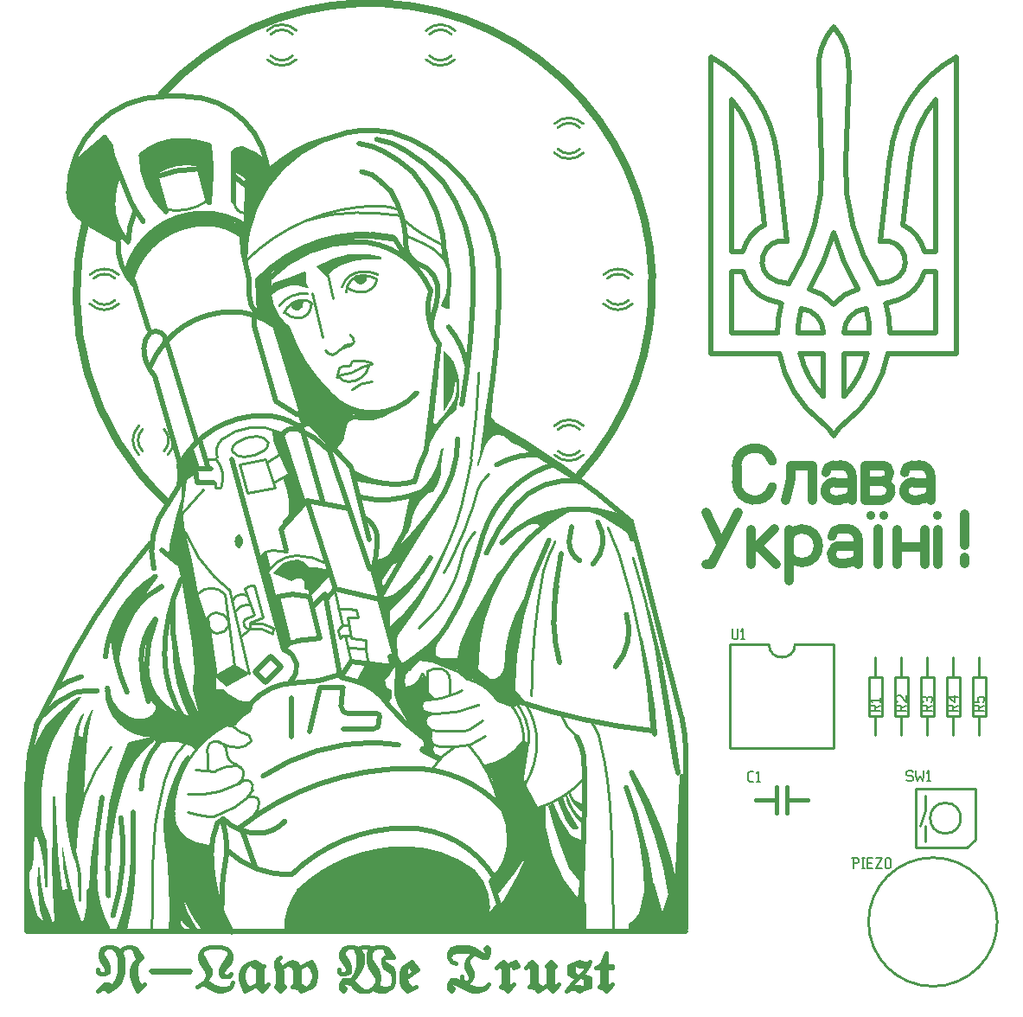
<source format=gto>
G04 start of page 2 for group 1 layer_idx 6 *
G04 Title: (unknown), top_silk *
G04 Creator: pcb-rnd 3.1.4-dev *
G04 CreationDate: 2024-02-11 13:06:30 UTC *
G04 For: STEM4ukraine *
G04 Format: Gerber/RS-274X *
G04 PCB-Dimensions: 393701 393701 *
G04 PCB-Coordinate-Origin: lower left *
%MOIN*%
%FSLAX25Y25*%
%LNTOP_SILK_NONE_1*%
%ADD57C,0.0350*%
%ADD56C,0.0070*%
%ADD55C,0.0160*%
%ADD54C,0.0250*%
%ADD53C,0.0300*%
%ADD52C,0.0197*%
%ADD51C,0.0150*%
%ADD50C,0.0100*%
%ADD49C,0.0110*%
%ADD48C,0.0200*%
%ADD47C,0.0210*%
%ADD46C,0.0001*%
G54D46*G36*
X57500Y316901D02*X55500Y324401D01*
X54500Y329401D01*
X62000Y333401D01*
X70000Y334901D01*
X77500Y334401D01*
X81245Y332942D01*
X82000Y324401D01*
X81000Y311401D01*
X77000Y325901D01*
X72000Y326901D01*
X65000Y325401D01*
X60000Y322901D01*
X64000Y308401D01*
X63000Y308901D01*
X57500Y316901D01*
G37*
G36*
X90616Y324143D02*X90387Y329975D01*
X94000Y331901D01*
X98000Y329901D01*
X102000Y326901D01*
X103000Y324401D01*
X97500Y318901D01*
X90500Y323901D01*
X90616Y324143D01*
G37*
G36*
X41000Y335401D02*X43500Y332401D01*
X44000Y329401D01*
X46500Y321901D01*
X44500Y318401D01*
X44000Y310401D01*
X45500Y302401D01*
X48500Y296901D01*
X46000Y295901D01*
X33000Y303401D01*
X28000Y309901D01*
X27000Y317901D01*
X29000Y325901D01*
X40500Y335401D01*
X41000D01*
G37*
G36*
X129500Y216401D02*X120500Y225901D01*
X117000Y224901D01*
X115500Y228401D01*
X116500Y230401D01*
X112500Y244401D01*
X106500Y263401D01*
X99500Y267901D01*
X99000Y281401D01*
X104274Y281635D01*
X104000Y274901D01*
X106500Y268401D01*
X111500Y262901D01*
X115000Y254901D01*
X121500Y243401D01*
X130000Y234901D01*
X140000Y230401D01*
X147500Y229901D01*
X143500Y227901D01*
X137000Y229401D01*
X133500Y226401D01*
X133000Y221901D01*
X129435Y216483D01*
X129500Y216401D01*
G37*
G36*
X106000Y168401D02*X108000Y170401D01*
X110000Y171901D01*
X112500Y172901D01*
X115500Y173401D01*
X118000Y172401D01*
X120000Y170401D01*
X122500D01*
X127500Y169401D01*
X128000Y167401D01*
X120500Y159401D01*
X119500Y159901D01*
Y161401D01*
X118000Y161901D01*
Y164901D01*
X117000Y165901D01*
X115000D01*
X113000Y164901D01*
X106000Y167901D01*
Y168401D01*
G37*
G36*
X110000Y222401D02*X118500Y195401D01*
X110000Y185901D01*
X109500Y188401D01*
X111500Y189901D01*
X112000Y190901D01*
Y196401D01*
X111000Y200901D01*
X109500Y204901D01*
X111500Y206401D01*
X108000Y213901D01*
X106000Y218901D01*
X105500Y223401D01*
X110000Y222401D01*
G37*
G36*
X122500Y286401D02*X129000Y289401D01*
X135000Y290901D01*
X143000D01*
X147500Y289901D01*
Y288901D01*
X141000D01*
X136500Y288401D01*
X132500Y286901D01*
X129000Y284901D01*
X126500Y282401D01*
X122500Y286401D01*
G37*
G36*
X119000Y277901D02*X117500Y278401D01*
X115500Y278901D01*
X113000D01*
X110500Y278401D01*
X107500Y276901D01*
X105000Y274901D01*
Y277901D01*
X106000Y279901D01*
X110000Y281401D01*
X113000Y282401D01*
X118000Y284401D01*
X118500Y283901D01*
Y279901D01*
X119500Y277901D01*
X119000D01*
G37*
G36*
X77500Y208901D02*X76000D01*
X75500Y205901D01*
X72500Y203901D01*
X72000Y198401D01*
X71000Y191901D01*
X72000Y183901D01*
X74500Y172901D01*
X77000Y160401D01*
X80500Y149401D01*
X84000Y129901D01*
Y123401D01*
X86500D01*
X89000Y121401D01*
X93000Y118901D01*
X97500Y118401D01*
X97000Y117901D01*
X96500Y115401D01*
X93000Y112901D01*
X90000Y109401D01*
X87887Y109573D01*
X82000Y105901D01*
X78000Y102401D01*
X76000Y99901D01*
X74500Y101401D01*
X72500Y101901D01*
X69000Y102901D01*
X65500D01*
X61500Y102401D01*
X57000Y105901D01*
X50500Y107901D01*
X45000Y113901D01*
X52500Y110901D01*
X56500D01*
X59500Y112401D01*
X62500Y116901D01*
X69500Y112901D01*
X78000Y110901D01*
X76500Y116401D01*
X75000Y122901D01*
X75500Y130901D01*
X74500Y141401D01*
X70500Y165401D01*
X69000Y171901D01*
X65500Y174401D01*
X66000Y178901D01*
X67000Y183401D01*
X68500Y190401D01*
X70500Y196901D01*
Y202901D01*
X70000Y210901D01*
X75000Y216901D01*
X77500Y208901D01*
G37*
G36*
X152500Y131901D02*X150500Y128401D01*
X149000Y126901D01*
X149500Y123901D01*
X151500Y122901D01*
Y119901D01*
X150000Y117401D01*
X147500Y120401D01*
X144000Y123901D01*
X138000Y126401D01*
X141500Y133401D01*
X152500Y131901D01*
G37*
G36*
X91000Y132901D02*X97000Y129401D01*
X88000Y124401D01*
X83500Y127901D01*
X84000Y128901D01*
X91000Y132901D01*
G37*
G36*
X74000Y97401D02*X72500Y94901D01*
X70000Y89901D01*
X68500Y84401D01*
X67500Y76901D01*
X68000Y70901D01*
X69500Y68401D01*
X71500Y66401D01*
X74000Y64901D01*
X82000Y62401D01*
Y56401D01*
X83000Y48401D01*
X85500Y40401D01*
X89500Y30401D01*
X78500D01*
X76000Y33901D01*
X74000Y37401D01*
X72000Y41401D01*
X71500D01*
X72500Y37901D01*
X74500Y34401D01*
X77000Y30401D01*
X75000D01*
X72000Y32401D01*
X70000Y34901D01*
X70500Y31901D01*
X72500Y30401D01*
X65500Y29901D01*
X66000Y37401D01*
X65500Y49401D01*
X65000Y58901D01*
X64500Y60901D01*
X64000Y65401D01*
X63500Y70901D01*
X64000Y75901D01*
X65500Y82901D01*
X68000Y89401D01*
X70500Y94901D01*
X73000Y97901D01*
X74000Y97401D01*
G37*
G36*
X153500Y117901D02*X152500Y121401D01*
Y124901D01*
X153000Y129401D01*
Y131901D01*
X151500Y135401D01*
X154000Y136401D01*
X155500Y133401D01*
X160000Y136401D01*
X164500Y139901D01*
X171000Y146401D01*
X168500Y138901D01*
Y136401D01*
X170500Y135401D01*
X177000D01*
X178000Y140901D01*
X182000Y149901D01*
X192000Y167401D01*
X195500Y171401D01*
X188500Y158401D01*
X185000Y145401D01*
X184000Y133901D01*
X185000Y130901D01*
X189500Y127401D01*
X193000D01*
X196500Y132401D01*
Y142401D01*
X201500Y154401D01*
X199000Y134401D01*
X198000Y125401D01*
X199000Y123401D01*
X203500Y117901D01*
X199000Y118901D01*
Y115901D01*
X195500Y117901D01*
X192290Y119049D01*
X187500Y124401D01*
X182500Y127401D01*
X180500D01*
X176500Y130901D01*
X172000Y132401D01*
X167000Y134401D01*
X164000Y134901D01*
X162000D01*
X158152Y131232D01*
X156500Y128901D01*
X156000Y126901D01*
X156500Y123901D01*
X159000Y124401D01*
X162000Y126401D01*
X163500Y128401D01*
X165000Y127901D01*
X165205Y121901D01*
X167500Y119606D01*
X164500Y119401D01*
X163000Y118401D01*
Y116401D01*
X164000Y114901D01*
X166000Y113901D01*
X165000Y112401D01*
X164500Y111901D01*
Y109401D01*
X165500Y108401D01*
X167000Y107901D01*
X166500Y104901D01*
X167000Y102901D01*
X167500Y101901D01*
X167000Y100901D01*
Y98401D01*
X164000Y99901D01*
X165000Y102401D01*
X164346Y104261D01*
X158500Y108901D01*
X153500Y117901D01*
G37*
G36*
X150000Y158901D02*X153500Y160401D01*
X160000Y165901D01*
X162500Y166401D01*
X158500Y161401D01*
X152500Y155401D01*
X151000Y153401D01*
Y147401D01*
X149000Y147901D01*
X147000Y156401D01*
X147500Y158901D01*
X150000D01*
G37*
G36*
X113000Y41401D02*X118000Y47401D01*
X132000Y56901D01*
X147000Y60901D01*
X157500Y61901D01*
X171000Y59401D01*
X180000Y55401D01*
X184500Y50901D01*
X187500Y46901D01*
X188500Y40401D01*
X187802Y34230D01*
X195000Y42401D01*
X200000Y51401D01*
X203500Y59401D01*
X199000Y52401D01*
X192500Y44401D01*
X190000Y49401D01*
X196000Y57901D01*
X197000Y67901D01*
X195500Y76901D01*
X193000Y79401D01*
X190500Y87901D01*
X187420Y93820D01*
X194500Y96401D01*
X202500Y102901D01*
X204500Y102401D01*
X202500Y89401D01*
X203000Y85401D01*
X207500Y76901D01*
X211000Y77901D01*
Y70401D01*
X213500Y59401D01*
X218000Y49901D01*
X224000Y41901D01*
X226000Y39901D01*
Y29401D01*
X110500Y29901D01*
X113000Y41401D01*
G37*
G36*
X223500Y44401D02*X224000Y49401D01*
X220000Y54401D01*
X217000Y62401D01*
X213500Y72401D01*
X212000Y78401D01*
X214000Y79401D01*
X216500Y73401D01*
X220500Y66901D01*
X225000Y64901D01*
X226000Y64401D01*
X225500Y39901D01*
X223000Y41401D01*
X222500Y41901D01*
X223500Y44401D01*
G37*
G36*
X217500Y81901D02*X219000Y77901D01*
X220500Y74901D01*
X223500Y69901D01*
X223000Y69401D01*
X221500D01*
X220000Y70901D01*
X218500Y72901D01*
X215500Y80401D01*
X217500Y81901D01*
G37*
G36*
X221000Y82401D02*X221500Y81401D01*
X222500Y80401D01*
X224500Y79401D01*
X226000Y78901D01*
Y75901D01*
X224500Y76401D01*
X221500Y79401D01*
X220500Y80901D01*
X220000Y82401D01*
Y83401D01*
X220500Y83901D01*
X221000Y82401D01*
G37*
G36*
X226000Y70901D02*X224500Y71901D01*
X223000Y73401D01*
X221500Y75401D01*
X220000Y77901D01*
X219000Y80401D01*
X218500Y82901D01*
X219000Y83401D01*
X220000Y80901D01*
X220500Y79401D01*
X221500Y77401D01*
X222500Y75901D01*
X224000Y74401D01*
X226000Y73401D01*
Y70901D01*
G37*
G36*
X58000Y103401D02*X53000Y97901D01*
X46000Y84901D01*
X45500Y86401D01*
X50702Y102126D01*
X58000Y103401D01*
G37*
G36*
X147000Y160401D02*X144344Y169445D01*
X145000Y172401D01*
X147000Y172901D01*
X150500Y174401D01*
X153000Y177401D01*
X159000Y183401D01*
X166500Y192401D01*
X167500D01*
X160000Y180901D01*
X155000Y171901D01*
X153500D01*
X152000Y171401D01*
X148000Y165401D01*
Y163901D01*
X149000Y162901D01*
X147000Y159901D01*
Y160401D01*
G37*
G36*
X170000Y170401D02*X166000Y162401D01*
X162500Y156401D01*
X159000Y150901D01*
X154500Y144901D01*
X154000Y143901D01*
X153500Y142401D01*
Y139901D01*
X154000Y137901D01*
Y135401D01*
X152500Y135901D01*
X150000Y146401D01*
X155000Y150901D01*
X162500Y159401D01*
X168000Y168401D01*
X173000Y178901D01*
X173500D01*
X170000Y170401D01*
G37*
G36*
X171000Y212401D02*X170500Y208901D01*
Y206401D01*
X169500Y202901D01*
X167500Y199401D01*
X165500Y198901D01*
X163000Y196401D01*
X161000Y192901D01*
X159500Y189901D01*
X159000Y186401D01*
X157500Y183401D01*
X157000Y185901D01*
X159500Y197401D01*
X161500Y199901D01*
X162500Y200401D01*
X164500Y201901D01*
X166000Y203901D01*
X167000Y205401D01*
X169000Y209401D01*
X170000Y212901D01*
X170500Y215901D01*
X171500Y216401D01*
X171000Y212401D01*
G37*
G36*
X173500Y251901D02*X175500Y249401D01*
X177000Y245401D01*
X177500Y242401D01*
Y236401D01*
X177000Y233901D01*
X176500Y230901D01*
X173000Y227901D01*
X170500Y224901D01*
X168500Y222401D01*
X166000Y217401D01*
X165000Y216901D01*
X168500Y244401D01*
X169500D01*
X167500Y225901D01*
X168500Y225401D01*
X170500Y227901D01*
X172000Y229401D01*
X174500Y232901D01*
X176000Y235401D01*
X176500Y238401D01*
Y241401D01*
X176000Y243401D01*
Y241901D01*
X175500Y237901D01*
X174500Y235401D01*
X173000Y232401D01*
X171500Y230401D01*
Y253901D01*
X173500Y251901D01*
G37*
G36*
X173000Y292901D02*X174000Y286401D01*
X174500Y283401D01*
Y279901D01*
X174000Y273401D01*
Y269901D01*
X173000D01*
X172000Y270401D01*
X170500Y270901D01*
X171000Y272401D01*
X172000Y274401D01*
X172500Y275901D01*
X173000Y279401D01*
Y285401D01*
X171500Y288401D01*
X171000Y291401D01*
X173000Y292901D01*
G37*
G36*
X202500Y186901D02*X205500Y188401D01*
X210000Y190401D01*
X214000Y191901D01*
X218000Y192401D01*
X214500Y189901D01*
X209000Y185901D01*
X208000Y186901D01*
X205500D01*
X203000Y185901D01*
X202500Y186901D01*
G37*
G36*
X187500Y230401D02*X189500Y239901D01*
X191000Y238901D01*
X190000Y228401D01*
X192500Y224901D01*
X222000Y205901D01*
X221500Y203901D01*
X213000Y209401D01*
X203500Y215401D01*
X201000Y216901D01*
X198000Y218401D01*
X196000Y219901D01*
X194500Y220901D01*
X192500Y221401D01*
X190500Y220901D01*
X189000Y219401D01*
X187500Y216901D01*
X186500Y214401D01*
X186000Y211901D01*
X185000Y209401D01*
X184500D01*
Y210401D01*
X185500Y213401D01*
X186000Y216901D01*
X187000Y223401D01*
X187500Y229401D01*
Y230401D01*
G37*
G36*
X265000Y29901D02*X243000D01*
Y32901D01*
X245000Y34401D01*
X247000Y36901D01*
X249000Y45401D01*
X252500Y48901D01*
X256000Y37401D01*
X261000Y52901D01*
X262500Y90401D01*
X265000Y91401D01*
Y29901D01*
G37*
G36*
X231000Y192401D02*X234500Y191401D01*
X239500Y189901D01*
X244000Y188401D01*
X246000Y180401D01*
X243500D01*
X242500Y183401D01*
X240000Y185401D01*
X232000Y190401D01*
X227000Y191901D01*
Y192901D01*
X231000Y192401D01*
G37*
G36*
X125000Y334901D02*X118000Y331401D01*
X109000Y324401D01*
X102500Y315901D01*
X95641Y301862D01*
X96000Y317401D01*
X104000Y324401D01*
X108500Y327901D01*
X113500Y331401D01*
X119000Y333901D01*
X124500Y335901D01*
X125000Y334901D01*
G37*
G36*
X13500Y40901D02*X15000Y36401D01*
X17500Y33401D01*
X16000Y38401D01*
X15000Y49401D01*
X15500Y56401D01*
X16500Y47401D01*
X18000Y40901D01*
X19500Y36901D01*
X21000Y33401D01*
X21500Y34401D01*
X21000Y45401D01*
X20500Y57401D01*
X21000Y67401D01*
Y81901D01*
X22000D01*
X23000Y60401D01*
X23500Y54401D01*
X24500Y45901D01*
X26500Y46401D01*
X25000Y54401D01*
X24500Y63401D01*
X27000Y50901D01*
X29500Y40401D01*
X32000Y33901D01*
X33000Y34401D01*
X34000Y39401D01*
Y45901D01*
X35000Y46901D01*
X35500Y57901D01*
X37500Y71401D01*
X38500Y70901D01*
X37000Y49401D01*
X39500Y37401D01*
X42500Y29901D01*
X11000D01*
Y50401D01*
X13500Y40901D01*
G37*
G36*
X32000Y120401D02*X30500Y118401D01*
X26500Y112901D01*
X23500Y108401D01*
X21000Y103401D01*
X19000Y97901D01*
X17500Y91901D01*
X16500Y84401D01*
Y70901D01*
X17500Y67401D01*
X18500Y64901D01*
X19000Y58901D01*
Y46901D01*
X18000D01*
X17500Y53901D01*
X17000Y58901D01*
X16000Y63401D01*
X15000Y66401D01*
X14000D01*
X13500Y62901D01*
Y58401D01*
X13000Y54401D01*
X11500Y52401D01*
X11000Y51901D01*
Y88401D01*
X11500Y96901D01*
X14500Y102901D01*
X18000Y108901D01*
X21500Y112901D01*
X25500Y116401D01*
X28500Y118901D01*
X31000Y120401D01*
X31500D01*
X32000D01*
G37*
G36*
X33000Y114401D02*Y113401D01*
X32500Y112401D01*
X31500Y109901D01*
X31000Y106901D01*
Y105401D01*
X32500Y104901D01*
X33000Y107901D01*
X34000Y110901D01*
X35000Y113401D01*
X36000Y115401D01*
X36500D01*
X35500Y112401D01*
X34500Y106901D01*
X34000Y101401D01*
X33000Y82401D01*
X30000Y70901D01*
X29500Y63401D01*
X30000Y60901D01*
X31500Y53901D01*
X32000Y51401D01*
Y41901D01*
X31500Y41401D01*
X31000Y41901D01*
X30500Y52401D01*
X29500Y56901D01*
X28500Y59401D01*
X27500Y63401D01*
X26500Y68901D01*
X26000Y73401D01*
Y80901D01*
X27000Y94401D01*
X28500Y102401D01*
X30000Y108901D01*
X32000Y113401D01*
X32500Y113901D01*
X33000Y114401D01*
G37*
G54D47*X64000Y351901D02*X72000D01*
G54D48*X90500Y311401D02*Y328901D01*
X60320Y322618D02*X64530Y307469D01*
X81000Y310901D02*X77000Y325901D01*
G54D47*X58000Y261901D02*X52000Y280901D01*
G54D48*X33500Y303401D02*X46049Y296398D01*
X44000Y328901D02*X50500Y312401D01*
X98500Y263401D02*Y267401D01*
X96645Y281204D02*X96500Y275901D01*
X113577Y271426D02*X116423Y272375D01*
G54D47*X147278Y319144D02*X151442Y314966D01*
G54D48*X138000Y281901D02*X140923Y282375D01*
G54D49*X156800Y303601D02*X160200Y301001D01*
X163300Y299101D01*
G54D48*X95500Y302901D02*X96000Y319401D01*
X95939Y317401D02*X103500Y324901D01*
X40805Y336229D02*X28500Y325401D01*
G54D49*X121000Y275901D02*X125000Y258901D01*
X129000Y273901D02*X127000Y282901D01*
X126000Y253901D02*X127000Y252901D01*
G54D47*X117000Y223901D02*X125000Y195901D01*
G54D49*X133000Y247901D02*X135000D01*
X127000Y252901D02*X128500Y252401D01*
X130000Y252901D01*
G54D48*X120000Y225901D02*X115625Y224862D01*
X135758Y209158D02*X120000Y225901D01*
G54D49*X130000Y252901D02*X131500Y254401D01*
X133500Y255901D01*
X134500Y256401D01*
X132500Y255151D02*X134000Y255401D01*
X137000Y249901D02*X141000D01*
G54D48*X137000Y204601D02*X148400Y202701D01*
G54D49*X134500Y256401D02*X136000D01*
G54D48*X98500Y263401D02*X107000Y234401D01*
X106420Y263466D02*X116500Y230901D01*
X107000Y234401D02*X115000Y229401D01*
X60206Y244089D02*X70000Y210401D01*
X64500Y257901D02*X76500Y218401D01*
X65162Y194774D02*X70000Y202401D01*
G54D49*X80500Y211901D02*X84000D01*
G54D48*X76500Y202901D02*X83000D01*
X76500D02*X76000Y208401D01*
X82000D01*
G54D49*X83500Y200901D02*Y202901D01*
X93000Y209901D02*X96000Y198901D01*
X90000Y215401D02*X90159Y215024D01*
X83500Y200901D02*X85500D01*
G54D48*X81000Y208401D02*X77500Y219401D01*
G54D49*X103000Y211901D02*X106500Y200901D01*
X106000Y202901D02*X112000Y206401D01*
X103375Y210776D02*X109000Y214401D01*
X103841Y218777D02*X104000Y218401D01*
X96000Y198901D02*X106500Y200901D01*
X93000Y209901D02*X103000Y211901D01*
G54D47*X119000Y195901D02*X135000Y192901D01*
X127487Y215389D02*X143000Y169901D01*
X119000Y195901D02*X109000Y184901D01*
G54D48*X135758Y209158D02*X143000Y180901D01*
G54D47*X119000Y195901D02*X130000Y161901D01*
X126000Y159901D02*X121000Y154901D01*
X130000Y161901D02*X126359Y157901D01*
X120000Y158901D02*X124000Y142901D01*
G54D49*X134500Y154401D02*X131000D01*
X132500Y143901D02*X135812D01*
X131500Y146901D02*X132500Y147901D01*
X135062D01*
G54D47*X131545Y129053D02*X126000Y159901D01*
G54D49*X136000Y142901D02*X134500Y150901D01*
X136000Y133901D02*X133500Y143901D01*
X131000Y145901D02*X131500Y146901D01*
G54D47*X136000Y133901D02*X132000Y127901D01*
G54D49*X131000Y145901D02*X131500Y142901D01*
X132500Y143901D01*
Y147901D02*X129524Y161377D01*
G54D47*X113000Y159901D02*X120000Y158901D01*
X115000Y141901D02*X124000Y142901D01*
G54D49*X141500Y142351D02*X136000Y142901D01*
X134625Y139401D02*X141500Y138901D01*
Y142351D01*
Y138901D02*X142000Y135901D01*
X143000Y133026D01*
X134500Y150901D02*X138500D01*
X138000Y153901D01*
X134500Y154401D01*
G54D47*X109000Y184901D02*X111000Y176901D01*
G54D49*X105500D02*X111125Y176401D01*
G54D48*X104000Y169901D02*X102500Y175401D01*
X103500Y167401D02*X101500Y174401D01*
G54D49*X98500Y163401D02*X102000Y150901D01*
X97000Y148901D02*X102000Y150901D01*
G54D48*X112000Y141401D02*X107500Y158901D01*
G54D47*X99000Y129901D02*X105000Y135901D01*
X109000Y131901D01*
G54D49*X105761Y146945D02*X105440Y144818D01*
G54D48*X111000Y140401D02*X104000Y167401D01*
G54D47*X109000Y131901D02*X103000Y125901D01*
X99000Y129901D01*
G54D48*X93500Y113401D02*X96500Y115401D01*
X97062Y117846D01*
G54D49*X79500Y91901D02*X83714Y91893D01*
X91524Y94508D02*X93000Y93401D01*
G54D48*X90500Y109901D02*X93500Y113401D01*
G54D49*X79000Y82901D02*X85000Y83901D01*
X90000Y85901D02*X92385Y87085D01*
X94000Y87901D02*X92500Y87142D01*
X97736Y84783D02*X97692Y84709D01*
X73000Y82901D02*X79000D01*
X73000Y75901D02*X77000Y74901D01*
X81000Y74401D01*
G54D47*X84355Y71754D02*X86565Y73466D01*
G54D49*X85000Y83901D02*X90000Y85901D01*
X81000Y74401D02*X83000D01*
X86500Y75901D01*
X91000Y77901D01*
X76000Y92401D02*X79500Y91901D01*
X96000Y81901D02*X97736Y84783D01*
X98500Y81901D02*X96278Y82123D01*
X91000Y77901D02*X96278Y82123D01*
X63900Y88301D02*X65200Y91901D01*
X66700Y95501D01*
X68700Y98801D01*
X70500Y101001D01*
X67500Y74901D02*Y75901D01*
X61100Y76501D02*X62400Y82601D01*
X63900Y88301D01*
X70500Y101001D02*X71800Y102701D01*
X91000Y132401D02*X87203Y160084D01*
X83000Y166901D02*X89094Y161495D01*
X84000Y128401D02*X80500Y150901D01*
X72000Y183901D02*X77000Y174401D01*
X83000Y166901D01*
X70500Y190901D02*X79000Y200401D01*
X96500Y129401D02*X89000Y161901D01*
X94964Y161936D02*X98500Y151901D01*
X95000Y150401D01*
X93219Y143620D02*X96500Y146401D01*
X96771Y146630D02*X97000Y148901D01*
G54D48*X92500Y181401D02*Y179401D01*
G54D47*X132000Y127901D02*X136957Y126729D01*
X124000Y123901D02*X132729Y123957D01*
X109923Y138631D02*X90000Y211901D01*
X113000Y104901D02*Y119901D01*
X120000Y106901D02*X124000Y123901D01*
X130000Y161901D02*X147000Y157901D01*
G54D48*X143000Y169901D02*X144344Y169445D01*
X147500Y157783D01*
G54D47*X133000Y107901D02*X144000D01*
X146000Y113901D02*X135000D01*
X146121Y108779D02*X147000Y112901D01*
X11000Y86901D02*Y29901D01*
X51932Y62898D02*X52000Y75901D01*
X50702Y102126D02*X59171Y103987D01*
G54D49*X59300Y54901D02*X59400Y60601D01*
X59000Y29901D02*X59100Y39801D01*
Y43601D01*
X59300Y54901D01*
X59400Y60601D02*X59800Y66201D01*
X60300Y71201D01*
X61100Y76501D01*
G54D48*X59000Y14701D02*X74000D01*
G54D47*X147000Y157901D02*X153000Y135901D01*
G54D48*X147155Y159056D02*X155500Y173401D01*
X160000Y180401D01*
G54D47*X184135Y174122D02*X186903Y183247D01*
G54D49*X177000Y168901D02*X178000Y172401D01*
X179000Y176401D01*
X179500Y177901D01*
X180500Y179901D01*
X182500Y182901D01*
X171500Y157901D02*X173500Y161401D01*
X175500Y165401D01*
X177000Y168901D01*
X171500Y168401D02*X173500Y171901D01*
X175500Y175901D01*
X178000Y181401D01*
X162000Y146901D02*X167000Y151901D01*
X169500Y154901D01*
X171500Y157901D01*
X182500Y182901D02*X183500Y183901D01*
G54D47*X153000Y135901D02*X151000D01*
X152000Y131901D01*
G54D49*X162000Y134901D02*X158152Y131232D01*
X186500Y111401D02*X181500Y107901D01*
X169000Y113901D02*X167500D01*
X178500Y122901D02*X176500Y121901D01*
X174500Y121401D01*
X170500Y119901D02*X174500Y121401D01*
X165500Y114401D02*X168000Y113901D01*
X165500Y119401D02*X170500Y119901D01*
X165205Y121901D02*X167500Y119606D01*
X174000Y126901D02*Y121213D01*
X165205Y130150D02*Y121901D01*
X156000Y126401D02*X156500Y123901D01*
G54D47*X94000Y68901D02*X99000Y54901D01*
X152000Y131901D02*X136000Y133901D01*
G54D49*X181500Y107901D02*X179500Y107401D01*
X181500Y101901D02*X187500Y105401D01*
X207500Y77401D02*X203000Y85901D01*
Y87901D01*
X201884Y102913D02*X204331Y102756D01*
G54D48*X187802Y34230D02*X193000Y40401D01*
X190000Y49401D01*
X191177Y50684D01*
G54D49*X197998Y116897D02*X200000Y118110D01*
X179500Y107401D02*X168500D01*
X166386Y108115D01*
X169500Y101401D02*X176000D01*
X181500Y101901D01*
G54D48*X163577Y100455D02*X163244Y99955D01*
G54D47*X263357Y112757D02*X248000Y172901D01*
G54D48*X252000Y116901D02*X250500Y125901D01*
G54D49*X247500Y142901D02*X250500Y128401D01*
G54D48*X257600Y118401D02*X254900Y133301D01*
G54D49*X250300Y154101D02*X253700Y140601D01*
X255400Y133001D01*
G54D48*X253000Y105901D02*X252000Y116901D01*
G54D49*X250500Y128401D02*X252600Y114901D01*
G54D48*X259500Y106701D02*X257600Y118401D01*
G54D49*X231100Y105801D02*X229800Y108501D01*
X252891Y141783D02*X260500Y93401D01*
G54D48*X225500Y97401D02*X225000Y100401D01*
G54D49*X233500Y95201D02*X232300Y101201D01*
X231100Y105801D01*
X229800Y108501D02*X228600Y110601D01*
G54D48*X261900Y91201D02*X259500Y106701D01*
G54D50*X282000Y140701D02*Y100701D01*
G54D48*X226000Y78901D02*Y89901D01*
X225500Y97401D01*
G54D49*X235500Y79001D02*X234600Y88501D01*
X233500Y95201D01*
G54D48*X225000Y41401D02*Y47901D01*
G54D49*X236700Y51301D02*X236300Y65901D01*
X235500Y79001D01*
G54D47*X265000Y30901D02*Y93901D01*
G54D48*X225500Y29901D02*Y39901D01*
X225000Y41401D01*
Y47901D02*X226000Y78901D01*
G54D49*X236800Y29901D02*X236700Y51301D01*
G54D48*X225000Y100401D02*X224000Y102901D01*
G54D51*X300000Y80701D02*X292000D01*
X312000D02*X304000D01*
X300000Y85701D02*Y75701D01*
X304000Y85701D02*Y75701D01*
G54D48*X224000Y102901D02*X223000Y104901D01*
G54D50*X322000Y100701D02*X282000D01*
Y140701D02*X297000D01*
X322000Y100701D02*Y140701D01*
X307000D02*X322000D01*
X338000Y105701D02*Y113201D01*
Y128201D02*Y135701D01*
X335500Y113201D02*Y128201D01*
Y113201D02*X340500D01*
X375500D02*X380500D01*
X345500D02*X350500D01*
X355500D02*X360500D01*
X340500Y128201D02*Y113201D01*
X348000Y128201D02*Y135701D01*
X350500Y128201D02*X345500D01*
X348000Y105701D02*Y113201D01*
X345500D02*Y128201D01*
X350500D02*Y113201D01*
X358000Y105701D02*Y113201D01*
X355500D02*Y128201D01*
X358000D02*Y135701D01*
X360500Y128201D02*Y113201D01*
Y128201D02*X355500D01*
X340500D02*X335500D01*
X370500D02*X365500D01*
X368000Y135701D02*Y128201D01*
X370500D02*Y113201D01*
X365500D02*Y128201D01*
X378000D02*Y135701D01*
X375500Y113201D02*Y128201D01*
X368000Y113201D02*Y105701D01*
X365500Y113201D02*X370500D01*
X378000Y105701D02*Y113201D01*
X380500Y128201D02*Y113201D01*
Y128201D02*X375500D01*
G54D47*X63000Y176901D02*X69000Y171901D01*
G54D49*X75021Y64465D02*X81000Y62901D01*
G54D47*X11000Y29901D02*X265000D01*
G54D50*X376417Y65433D02*Y85118D01*
X357126Y64843D02*Y70748D01*
Y76654D02*Y82559D01*
X355157Y70748D02*X357126Y76654D01*
X373268Y62283D02*X353583D01*
X376417Y85118D02*X353583D01*
X376417Y65433D02*X373268Y62283D01*
X353583D02*Y85118D01*
G54D48*X20319Y120256D02*X14643Y109353D01*
X152500Y176901D02*X156500Y183901D01*
G54D49*X182133Y212167D02*X180055Y201160D01*
G54D48*X169768Y256584D02*X164945Y215669D01*
X156500Y183901D02*X159500Y197901D01*
G54D49*X179500Y184901D02*X181000Y188901D01*
G54D48*X160000Y180401D02*X166000Y189901D01*
X168200Y193501D01*
G54D49*X178000Y181401D02*X179500Y184901D01*
X181000Y188901D02*X182500Y193401D01*
X184500Y200401D01*
X186000Y202901D01*
X187500Y204901D01*
X189000Y206401D01*
G54D52*X274682Y367037D02*Y252864D01*
X282556Y292234D02*Y350659D01*
Y292234D02*X286965D01*
X282556Y284360D02*X286965D01*
G54D47*X248000Y172901D02*X244048Y187889D01*
X220000Y179901D02*X221000Y185901D01*
G54D52*X282556Y260738D02*Y284360D01*
X295332Y302458D02*X292320Y327903D01*
X304001Y295997D02*X300129Y328803D01*
X301802Y272146D02*X297447Y273296D01*
X304603Y279635D02*X299588Y280883D01*
X300272Y260738D02*X282556D01*
X325863D02*X335706D01*
X308146D02*X317989D01*
X343580Y252864D02*X369170D01*
X325863D02*X334839D01*
X343580Y260738D02*X361296D01*
X309013Y252864D02*X317989D01*
X361296Y350659D02*Y292234D01*
X348520Y302458D02*X351532Y327903D01*
X339851Y295997D02*X343723Y328803D01*
X369170Y367037D02*Y252864D01*
X361296Y284360D02*Y260738D01*
X356887Y292234D02*X361296D01*
X356887Y284360D02*X361296D01*
X327754Y361183D02*X326493Y326250D01*
X325863Y252864D02*Y236250D01*
X316098Y361183D02*X317359Y326250D01*
X317989Y252864D02*Y236250D01*
X342050Y272146D02*X346405Y273296D01*
X339249Y279635D02*X344264Y280883D01*
G54D48*X169337Y275016D02*X168500Y270901D01*
G54D49*X163300Y299101D02*X171600Y294401D01*
X156900Y298501D02*X163700Y295501D01*
X167100Y293301D01*
X170000Y291001D01*
X171700Y289401D01*
G54D48*X168500Y270901D02*X168000Y268901D01*
X167000Y265401D01*
Y262901D01*
G54D52*X274682Y252864D02*X300994Y252866D01*
G54D47*X27000Y314901D02*G75*G02X64000Y351901I37000J0D01*G01*
X27000Y314901D02*G75*G03X33603Y303583I13000J0D01*G01*
G54D48*X44000Y310401D02*G75*G02X46080Y321750I32000J0D01*G01*
X44000Y328901D02*G75*G03X40805Y336229I-10000J0D01*G01*
X55776Y303723D02*G75*G02X50458Y312381I33724J26677D01*G01*
G54D47*X76000Y323901D02*G75*G03X61339Y321117I0J-40000D01*G01*
G54D48*X55000Y329401D02*G75*G03X64530Y307469I30000J0D01*G01*
X70000Y334901D02*G75*G03X55168Y329479I0J-23000D01*G01*
X77005Y325924D02*G75*G03X60320Y322618I-4505J-21023D01*G01*
G54D47*X104000Y319901D02*G75*G03X72000Y351901I-32000J0D01*G01*
G54D48*X70000Y334901D02*G75*G02X81226Y333079I0J-35500D01*G01*
X82000Y323901D02*G75*G03X81245Y332942I-54500J0D01*G01*
X93734Y331785D02*G75*G02X103495Y325397I-4734J-17884D01*G01*
X93734Y331785D02*G75*G03X90387Y329975I0J-4000D01*G01*
G54D49*X64478Y308289D02*G75*G03X80033Y311351I4022J20611D01*G01*
X95000Y306901D02*G75*G02X91000Y310901I0J4000D01*G01*
G54D48*X82000Y323901D02*G75*G02X81246Y310930I-112000J0D01*G01*
X95799Y317200D02*G75*G03X90479Y321366I-19799J-19799D01*G01*
X97771Y319214D02*G75*G03X90616Y324143I-19271J-20313D01*G01*
G54D47*X79000Y306901D02*G75*G03X49116Y284145I0J-31000D01*G01*
X79000Y306901D02*G75*G02X95641Y301862I0J-30000D01*G01*
X79000Y304901D02*G75*G03X50516Y284054I0J-29884D01*G01*
X79000Y304901D02*G75*G02X95469Y299545I0J-28000D01*G01*
X80000Y303901D02*G75*G03X51439Y283081I0J-30000D01*G01*
X46049Y296398D02*G75*G03X52737Y278637I22951J-1497D01*G01*
X80000Y302901D02*G75*G03X51348Y281793I0J-30000D01*G01*
G54D48*X56000Y254901D02*G75*G02X58490Y260911I8500J0D01*G01*
X58512Y260872D02*G75*G02X64500Y257401I1988J-3471D01*G01*
X56000Y254901D02*G75*G03X60206Y244089I16000J0D01*G01*
G54D50*X55499Y223540D02*G75*G03X55499Y215196I4172J-4172D01*G01*
X54085Y224954D02*G75*G03X54085Y213782I5586J-5586D01*G01*
X36592Y273387D02*G75*G03X44936Y273387I4172J4172D01*G01*
X44936Y281731D02*G75*G03X36592Y281731I-4172J-4172D01*G01*
X35178Y271973D02*G75*G03X46350Y271973I5586J5586D01*G01*
G54D53*X33544Y303599D02*G75*G03X64766Y195652I106456J-27698D01*G01*
G54D48*X69640Y202372D02*G75*G03X69535Y209909I-17140J3529D01*G01*
G54D50*X63843Y215196D02*G75*G03X63843Y223540I-4172J4172D01*G01*
X65257Y213782D02*G75*G03X65257Y224954I-5586J5586D01*G01*
X46350Y283145D02*G75*G03X35178Y283145I-5586J-5586D01*G01*
G54D49*X90000Y215401D02*G75*G02X91659Y218377I3500J0D01*G01*
X94500Y212901D02*G75*G02X90159Y215024I0J5500D01*G01*
X84391Y212679D02*G75*G02X86024Y219614I6109J2221D01*G01*
X85838Y201142D02*G75*G03X83779Y212144I-10338J3759D01*G01*
G54D47*X90000Y268901D02*G75*G03X58645Y248049I0J-34000D01*G01*
X80000Y302901D02*G75*G02X95217Y297147I0J-23000D01*G01*
G54D48*X93500Y302401D02*G75*G03X96645Y281204I73000J0D01*G01*
X96500Y275901D02*G75*G03X100091Y267552I11500J0D01*G01*
G54D47*X102000Y228901D02*G75*G03X69633Y209827I0J-37000D01*G01*
G54D49*X99500Y220901D02*G75*G02X103841Y218777I0J-5500D01*G01*
X99500Y220901D02*G75*G03X91653Y218386I0J-13500D01*G01*
X94500Y212901D02*G75*G03X102347Y215415I0J13500D01*G01*
X104000Y218401D02*G75*G02X102341Y215424I-3500J0D01*G01*
G54D47*X50000Y295901D02*G75*G02X52455Y307150I27000J0D01*G01*
G54D48*X44000Y310401D02*G75*G03X49917Y295789I21000J0D01*G01*
G54D47*X144000Y338901D02*G75*G03X95000Y289901I0J-49000D01*G01*
X138980Y333729D02*G75*G02X148793Y330535I-2980J-25829D01*G01*
X145798Y335342D02*G75*G02X157052Y330942I-3957J-26708D01*G01*
G54D49*X138100Y307101D02*G75*G02X155054Y305958I-100J-127800D01*G01*
X138100Y307101D02*G75*G03X118649Y304058I0J-63700D01*G01*
G54D47*X144000Y338901D02*G75*G02X159100Y335243I0J-33000D01*G01*
X157000Y294901D02*G75*G03X151442Y314966I-39000J0D01*G01*
G54D49*X146191Y309698D02*G75*G02X154917Y308106I0J-24709D01*G01*
G54D47*X139996Y322856D02*G75*G02X147278Y319144I-996J-10955D01*G01*
X172000Y289901D02*G75*G03X159752Y322685I-50000J0D01*G01*
X157052Y330942D02*G75*G02X170986Y319333I-29052J-49041D01*G01*
X148049Y330915D02*G75*G02X159752Y322685I-24939J-47896D01*G01*
X193000Y281901D02*G75*G03X159122Y335285I-59000J0D01*G01*
X183000Y282901D02*G75*G03X171096Y319429I-62000J0D01*G01*
X117505Y249576D02*G75*G03X127950Y236854I64393J42220D01*G01*
G54D49*X133000Y247901D02*G75*G03X131000Y245901I0J-2000D01*G01*
G75*G02X130761Y243960I-8000J0D01*G01*
X135000Y241901D02*G75*G02X131000Y243901I0J5000D01*G01*
X137000Y249901D02*G75*G03X136000Y248901I0J-1000D01*G01*
G75*G02X135000Y247901I-1000J0D01*G01*
X134000Y244901D02*G75*G03X130464Y243436I0J-5000D01*G01*
G54D47*X144000Y229901D02*G75*G02X127950Y236854I0J22000D01*G01*
G54D49*X144000Y241901D02*G75*G03X136222Y238679I0J-11000D01*G01*
X135000Y241901D02*G75*G03X142761Y247960I0J8000D01*G01*
X134000Y244901D02*G75*G03X137748Y246216I0J6000D01*G01*
X144046Y248642D02*G75*G03X137772Y246178I2954J-16741D01*G01*
X144000Y248901D02*G75*G03X142796Y247952I0J-1239D01*G01*
X141000Y249901D02*G75*G02X143572Y249188I0J-5000D01*G01*
G54D47*X111257Y262991D02*G75*G03X117524Y249588I70743J24909D01*G01*
X104242Y281002D02*G75*G03X110984Y262716I19758J-3102D01*G01*
G54D49*X115500Y266401D02*G75*G02X110297Y268718I0J7000D01*G01*
X117500Y273401D02*G75*G03X110072Y268372I0J-8000D01*G01*
G54D48*X113577Y271426D02*G75*G03X116423Y272375I1423J474D01*G01*
G54D47*X138000Y295901D02*G75*G03X104274Y281635I0J-47000D01*G01*
G54D49*X140500Y284401D02*G75*G03X132387Y278436I0J-8500D01*G01*
G54D48*X138077Y281426D02*G75*G03X140923Y282375I1423J474D01*G01*
G54D47*X138000Y295901D02*G75*G02X166288Y277582I0J-31000D01*G01*
G54D49*X140500Y284401D02*G75*G02X146159Y283292I0J-15000D01*G01*
X140500Y282901D02*G75*G02X145761Y281488I0J-10500D01*G01*
G54D48*X157000Y294901D02*G75*G03X160807Y288088I8000J0D01*G01*
G54D47*X144000Y229901D02*G75*G03X161190Y237620I0J23000D01*G01*
X90000Y268901D02*G75*G02X106420Y263466I0J-27524D01*G01*
G54D49*X136000Y256401D02*G75*G03X137000Y257401I0J1000D01*G01*
G75*G03X135543Y259973I-3000J0D01*G01*
X134000Y255401D02*G75*G03X136475Y256426I0J3500D01*G01*
G54D47*X102000Y228901D02*G75*G02X115625Y224862I0J-25000D01*G01*
G54D49*X119054Y275795D02*G75*G03X108177Y271134I-1554J-11395D01*G01*
G54D48*X115000Y229401D02*G75*G03X116500Y230901I0J1500D01*G01*
G54D47*X183000Y282901D02*G75*G02X178608Y233148I-284000J0D01*G01*
G54D49*X140500Y282901D02*G75*G03X134000Y276401I0J-6500D01*G01*
X140000D02*G75*G03X145926Y281462I0J6000D01*G01*
G54D48*X165500Y270401D02*G75*G03X169768Y256584I24500J0D01*G01*
X165500Y270401D02*G75*G02X166659Y277024I19500J0D01*G01*
X173492Y263017D02*G75*G02X180546Y248112I-24870J-20891D01*G01*
G54D49*X140000Y276401D02*G75*G02X134525Y277941I0J10500D01*G01*
X115500Y266401D02*G75*G03X120500Y271401I0J5000D01*G01*
X117500Y273401D02*G75*G02X121036Y271936I0J-5000D01*G01*
G54D48*X114476Y223794D02*G75*G03X109475Y221413I-976J-4393D01*G01*
X115173Y223827D02*G75*G02X127487Y215389I-13173J-32426D01*G01*
X137500Y228401D02*G75*G03X133000Y223901I0J-4500D01*G01*
G75*G02X129435Y216483I-9500J0D01*G01*
X137721Y228339D02*G75*G03X151235Y231079I3779J16061D01*G01*
G54D49*X109115Y222131D02*G75*G03X86003Y219637I-9615J-19230D01*G01*
G54D54*X151706Y297377D02*G75*G03X100062Y280841I-10706J-55476D01*G01*
G54D48*X152467Y297386D02*G75*G03X159496Y289395I16033J7014D01*G01*
X169337Y275016D02*G75*G03X161522Y287478I-10837J1885D01*G01*
G54D49*X146191Y309698D02*G75*G03X95061Y288241I609J-73097D01*G01*
G54D50*X113343Y375886D02*G75*G03X104999Y375886I-4172J-4172D01*G01*
X103585Y366128D02*G75*G03X114757Y366128I5586J5586D01*G01*
X104999Y367542D02*G75*G03X113343Y367542I4172J4172D01*G01*
X114757Y377300D02*G75*G03X103585Y377300I-5586J-5586D01*G01*
X166185Y367542D02*G75*G03X174528Y367542I4172J4172D01*G01*
X174528Y375886D02*G75*G03X166185Y375886I-4172J-4172D01*G01*
X164770Y366128D02*G75*G03X175943Y366128I5586J5586D01*G01*
X175943Y377300D02*G75*G03X164770Y377300I-5586J-5586D01*G01*
X215685Y331578D02*G75*G03X224028Y331578I4172J4172D01*G01*
X224028Y339922D02*G75*G03X215685Y339922I-4172J-4172D01*G01*
X214270Y330164D02*G75*G03X225443Y330164I5586J5586D01*G01*
X225443Y341336D02*G75*G03X214270Y341336I-5586J-5586D01*G01*
G54D47*X193000Y281901D02*G75*G02X188136Y227466I-307000J0D01*G01*
G54D50*X242936Y281731D02*G75*G03X234592Y281731I-4172J-4172D01*G01*
X225443Y224954D02*G75*G03X214270Y224954I-5586J-5586D01*G01*
X234592Y273387D02*G75*G03X242936Y273387I4172J4172D01*G01*
X244350Y283145D02*G75*G03X233178Y283145I-5586J-5586D01*G01*
G54D49*X185205Y245392D02*G75*G02X182133Y212167I-332705J14009D01*G01*
G54D50*X233178Y271973D02*G75*G03X244350Y271973I5586J5586D01*G01*
G54D53*X62945Y352875D02*G75*G02X223246Y205134I80055J-73975D01*G01*
G54D47*X210087Y213742D02*G75*G03X192008Y209886I-3087J-29841D01*G01*
G54D50*X215685Y215196D02*G75*G03X224028Y215196I4172J4172D01*G01*
X224028Y223540D02*G75*G03X215685Y223540I-4172J-4172D01*G01*
X214270Y213782D02*G75*G03X225443Y213782I5586J5586D01*G01*
G54D52*X274682Y367037D02*G75*G02X300129Y328803I-23622J-43307D01*G01*
X286991Y292227D02*G75*G02X295335Y302450I15250J-3930D01*G01*
X299588Y280883D02*G75*G02X304004Y295971I2653J7414D01*G01*
X297447Y273296D02*G75*G02X286991Y284367I4794J15001D01*G01*
X339280Y279655D02*G75*G02X326484Y326250I69261J44075D01*G01*
X331302Y277591D02*G75*G02X321918Y299419I77238J46139D01*G01*
X312549Y277591D02*G75*G03X321934Y299419I-77238J46139D01*G01*
X304572Y279655D02*G75*G03X317368Y326250I-69261J44075D01*G01*
X344264Y280883D02*G75*G03X339847Y295971I-2653J7414D01*G01*
X356861Y292227D02*G75*G03X348517Y302450I-15250J-3930D01*G01*
X346405Y273296D02*G75*G03X356861Y284367I-4794J15001D01*G01*
X325863Y260738D02*G75*G02X334449Y270147I9449J0D01*G01*
X335706Y260738D02*G75*G03X334434Y270143I-35433J0D01*G01*
X343580Y260738D02*G75*G03X342050Y272146I-43307J0D01*G01*
X321940Y271750D02*G75*G02X331296Y277589I13372J-11012D01*G01*
X321932Y221128D02*G75*G02X326420Y226213I13774J-7635D01*G01*
X321920Y221128D02*G75*G03X317432Y226213I-13774J-7635D01*G01*
X325873Y236240D02*G75*G03X334821Y252868I-25600J24498D01*G01*
X326419Y226214D02*G75*G03X342858Y252866I-26146J34524D01*G01*
X317989Y260738D02*G75*G03X309403Y270147I-9449J0D01*G01*
X317979Y236240D02*G75*G02X309031Y252868I25600J24498D01*G01*
X317433Y226214D02*G75*G02X300994Y252866I26146J34524D01*G01*
X321912Y271750D02*G75*G03X312556Y277589I-13372J-11012D01*G01*
X308146Y260738D02*G75*G02X309418Y270143I35433J0D01*G01*
X300272Y260738D02*G75*G02X301802Y272146I43307J0D01*G01*
X282564Y350677D02*G75*G02X292306Y327902I-31504J-26947D01*G01*
X369170Y367037D02*G75*G03X343723Y328803I23622J-43307D01*G01*
X361288Y350677D02*G75*G03X351546Y327902I31504J-26947D01*G01*
X327754Y361183D02*G75*G03X321918Y378733I-23544J1917D01*G01*
X316098Y361183D02*G75*G02X321933Y378733I23544J1917D01*G01*
G54D48*X160396Y203425D02*G75*G02X164945Y215669I51104J-12025D01*G01*
G54D47*X243739Y187836D02*G75*G03X194027Y179876I-19739J-35936D01*G01*
G54D50*X297000Y140701D02*G75*G03X307000Y140701I5000J0D01*G01*
X365000Y67795D02*G75*G03X365000Y79606I0J5906D01*G01*
G75*G03X365000Y67795I0J-5906D01*G01*
X335354Y33701D02*G75*G03X384961Y33701I24803J0D01*G01*
G75*G03X335354Y33701I-24803J0D01*G01*
G54D47*X214870Y210361D02*G75*G03X186903Y183247I11130J-39460D01*G01*
X188023Y175891D02*G75*G02X199043Y193866I73977J-32990D01*G01*
X214000Y148901D02*G75*G02X216863Y175714I127000J0D01*G01*
X184135Y174122D02*G75*G02X167032Y139670I-89135J22779D01*G01*
G54D49*X210048Y168987D02*G75*G02X214551Y180134I60863J-18108D01*G01*
G54D47*X184000Y131901D02*G75*G02X219489Y192802I70000J0D01*G01*
X215148Y163248D02*G75*G03X216245Y133700I65852J-12347D01*G01*
G54D49*X169500Y131401D02*G75*G02X174000Y126901I0J-4500D01*G01*
X169500Y131401D02*G75*G03X165205Y130150I0J-8000D01*G01*
X172524Y132008D02*G75*G02X180816Y127189I-3524J-15607D01*G01*
X162000Y134901D02*G75*G02X172518Y131997I0J-20500D01*G01*
X165000Y127901D02*G75*G02X163500Y129401I0J1500D01*G01*
G54D48*X153000Y202401D02*G75*G03X160369Y203512I0J25000D01*G01*
X153000Y202401D02*G75*G02X136536Y206961I0J32000D01*G01*
X146000Y181401D02*G75*G03X141235Y189342I-9000J0D01*G01*
X139019Y197477D02*G75*G03X162113Y199119I8981J36923D01*G01*
G54D49*X180055Y201160D02*G75*G02X170551Y173873I-90555J16241D01*G01*
G54D48*X146000Y181401D02*G75*G02X144344Y169445I-44000J0D01*G01*
X145500Y172401D02*G75*G03X152655Y176823I0J8000D01*G01*
G54D49*X150538Y146427D02*G75*G03X170551Y173873I-51091J58274D01*G01*
G54D47*X166511Y174119D02*G75*G02X148068Y156244I-38511J21282D01*G01*
G54D49*X166386Y108115D02*G75*G02X167500Y113901I1114J2785D01*G01*
X163000Y116901D02*G75*G02X165500Y119401I2500J0D01*G01*
X156000Y126401D02*G75*G02X158152Y131232I6500J0D01*G01*
X156500Y123901D02*G75*G03X163345Y129434I0J7000D01*G01*
G54D48*X150297Y117267D02*G75*G03X136957Y126729I-18797J-12366D01*G01*
G54D49*X163000Y116901D02*G75*G03X165500Y114401I2500J0D01*G01*
X192290Y119049D02*G75*G02X197998Y116897I-6790J-26649D01*G01*
X180963Y127259D02*G75*G02X192303Y119100I-4963J-18858D01*G01*
G54D47*X198000Y120901D02*G75*G02X212147Y180827I134000J0D01*G01*
X196000Y132901D02*G75*G02X202992Y157281I46000J0D01*G01*
X220000Y179901D02*G75*G03X224031Y172955I8000J0D01*G01*
X242025Y152225D02*G75*G02X237804Y132072I-20025J-6324D01*G01*
X189000Y125901D02*G75*G03X196000Y132901I0J7000D01*G01*
G54D49*X205500Y120901D02*G75*G02X210048Y168987I256500J0D01*G01*
X251917Y107022D02*G75*G03X239150Y175475I-275537J-15973D01*G01*
X252891Y141783D02*G75*G03X244650Y173975I-271012J-52235D01*G01*
G54D47*X230968Y187880D02*G75*G02X229192Y171708I-10968J-6979D01*G01*
G54D49*X239150Y175475D02*G75*G03X234949Y185634I-60561J-19096D01*G01*
G54D47*X145000Y102901D02*G75*G03X101976Y89962I0J-78000D01*G01*
G54D49*X94500Y90901D02*G75*G02X92385Y87085I-4500J0D01*G01*
X97736Y84783D02*G75*G03X94000Y87901I-2236J1118D01*G01*
G54D47*X159000Y92901D02*G75*G03X92893Y70037I0J-107000D01*G01*
X100000Y67901D02*G75*G03X110359Y72483I0J14000D01*G01*
G54D49*X100500Y79901D02*G75*G03X98500Y81901I-2000J0D01*G01*
X100500Y79901D02*G75*G02X98068Y74372I-7500J0D01*G01*
X92500Y100901D02*G75*G03X97415Y103460I0J6000D01*G01*
X97500Y103401D02*G75*G03X94500Y106401I-3000J0D01*G01*
X95000D02*G75*G02X92525Y107426I0J3500D01*G01*
G54D47*X157000Y69901D02*G75*G03X112956Y51946I0J-63000D01*G01*
X145000Y102901D02*G75*G02X154218Y101968I0J-46000D01*G01*
G54D48*X156500Y61901D02*G75*G03X115798Y45613I0J-59000D01*G01*
G54D49*X167000Y100401D02*G75*G03X170000Y97401I3000J0D01*G01*
X166500Y104401D02*G75*G03X169500Y101401I3000J0D01*G01*
X167143Y92628D02*G75*G02X176243Y101346I22357J-14227D01*G01*
G54D48*X163577Y100455D02*G75*G03X165077Y101955I0J1500D01*G01*
G54D47*X159000Y92901D02*G75*G02X194470Y77241I0J-48000D01*G01*
G54D49*X193010Y78302D02*G75*G03X181315Y101682I-49010J-9901D01*G01*
G54D48*X163244Y99955D02*G75*G02X169368Y96692I-18744J-42555D01*G01*
G54D47*X157000Y69901D02*G75*G02X191177Y50684I0J-40000D01*G01*
G54D49*X187420Y93820D02*G75*G03X201884Y102913I-4420J23081D01*G01*
X167000Y100401D02*G75*G02X167829Y101742I1500J0D01*G01*
G54D48*X197000Y65401D02*G75*G03X194496Y77399I-30000J0D01*G01*
G54D47*X250000Y43901D02*G75*G03X241909Y85502I-111000J0D01*G01*
G54D48*X197000Y65401D02*G75*G02X191170Y50680I-21500J0D01*G01*
G54D47*X259472Y42468D02*G75*G03X244237Y90533I-151472J-21567D01*G01*
X251976Y45072D02*G75*G03X246071Y72923I-151976J-17672D01*G01*
G54D49*X207797Y77573D02*G75*G03X225538Y88867I-11297J37328D01*G01*
G54D48*X260927Y46246D02*G75*G03X243983Y91295I-130427J-23345D01*G01*
G54D49*X207500Y102901D02*G75*G02X203099Y86842I-31500J0D01*G01*
G54D48*X156500Y61901D02*G75*G02X182738Y53222I0J-44000D01*G01*
X187802Y34230D02*G75*G03X182789Y53189I-18802J5171D01*G01*
X165077Y101955D02*G75*G03X164346Y104261I-4000J0D01*G01*
G54D47*X265000Y97901D02*G75*G03X263357Y112757I-68000J0D01*G01*
X265000Y97901D02*G75*G02X264834Y93915I-48000J0D01*G01*
X146000Y113901D02*G75*G02X147000Y112901I0J-1000D01*G01*
G54D49*X166500Y104401D02*G75*G02X166901Y107345I11000J0D01*G01*
G54D48*X164346Y104261D02*G75*G02X150297Y117267I38369J55534D01*G01*
G54D49*X169000Y113901D02*G75*G03X185246Y117348I0J40000D01*G01*
G54D48*X252109Y107394D02*G75*G02X199580Y118910I27391J250507D01*G01*
G54D49*X204436Y102748D02*G75*G03X198203Y119604I-21436J1653D01*G01*
X207500Y102901D02*G75*G03X203034Y117923I-27500J0D01*G01*
X216603Y113937D02*G75*G03X223300Y104801I18397J6464D01*G01*
X202531Y103613D02*G75*G03X196234Y118816I-21500J0D01*G01*
G54D47*X144000Y107901D02*G75*G03X146121Y108779I0J3000D01*G01*
G54D48*X135000Y113901D02*G75*G02X132000Y116901I0J3000D01*G01*
G54D47*X112956Y51914D02*G75*G02X88260Y61183I-956J34987D01*G01*
G54D48*X111000Y30401D02*G75*G02X116136Y45915I26000J0D01*G01*
G54D47*X113000Y159901D02*G75*G03X105484Y157712I0J-14000D01*G01*
G54D49*X97062Y148627D02*G75*G02X105761Y146945I2438J-10726D01*G01*
X115000Y174901D02*G75*G02X126684Y171712I0J-23000D01*G01*
X115000Y174901D02*G75*G03X102520Y165541I0J-13000D01*G01*
G54D47*X112373Y126435D02*G75*G03X109923Y138631I-4373J5466D01*G01*
X115000Y141901D02*G75*G03X110200Y139501I0J-6000D01*G01*
G54D49*X96562Y146627D02*G75*G02X105440Y144818I2438J-10726D01*G01*
X105500Y176901D02*G75*G03X100692Y174072I0J-5500D01*G01*
G54D47*X100000Y67901D02*G75*G02X86565Y73466I0J19000D01*G01*
X115000Y125901D02*G75*G03X97062Y117846I0J-24000D01*G01*
X115000Y125901D02*G75*G03X131545Y129053I0J45000D01*G01*
G54D49*X94500Y90901D02*G75*G03X91007Y93860I-3000J0D01*G01*
X88000Y98901D02*G75*G03X91524Y94508I4500J0D01*G01*
X87887Y109573D02*G75*G02X92535Y107430I0J-6113D01*G01*
X91007Y93860D02*G75*G03X83714Y91893I0J-14507D01*G01*
X84000Y152901D02*G75*G02X88569Y149931I0J-5000D01*G01*
X93500Y159901D02*G75*G03X90135Y157362I0J-3500D01*G01*
X93500Y159901D02*G75*G02X95561Y159662I0J-9000D01*G01*
X96984Y155812D02*G75*G03X91192Y153072I-984J-5411D01*G01*
X98500Y163401D02*G75*G03X94964Y161936I0J-5000D01*G01*
X83500Y103401D02*G75*G02X88000Y98901I0J-4500D01*G01*
X84500Y144901D02*G75*G03X88769Y147978I0J4500D01*G01*
X95000Y150401D02*G75*G03X96510Y146449I2000J-1500D01*G01*
X91500Y180401D02*G75*G02X92626Y182743I3000J0D01*G01*
X91500Y180401D02*G75*G03X92626Y178058I3000J0D01*G01*
X93752Y180401D02*G75*G02X92626Y178058I-3000J0D01*G01*
X93752Y180401D02*G75*G03X92626Y182743I-3000J0D01*G01*
X92500Y100901D02*G75*G02X84853Y102996I0J15000D01*G01*
G54D48*X132000Y116901D02*G75*G02X132729Y123957I34500J0D01*G01*
G54D47*X82000Y59901D02*G75*G03X89802Y29791I62000J0D01*G01*
X82000Y59901D02*G75*G02X84355Y71754I31000J0D01*G01*
X87993Y61188D02*G75*G03X86252Y72982I-35993J713D01*G01*
X86020Y38901D02*G75*G02X88162Y61583I99980J2000D01*G01*
X59866Y169867D02*G75*G02X65162Y194774I28134J7034D01*G01*
X53900Y155936D02*G75*G02X60368Y166861I31100J-11036D01*G01*
X44318Y144492D02*G75*G02X56072Y161818I38682J-13591D01*G01*
X44985Y140147D02*G75*G02X62947Y163003I34015J-8246D01*G01*
X41194Y135882D02*G75*G02X60455Y166784I40806J-3981D01*G01*
X45000Y142549D02*G75*G02X55009Y158892I39000J-12649D01*G01*
X64000Y136901D02*G75*G02X70291Y165685I69000J0D01*G01*
X20319Y120256D02*G75*G02X58592Y179756I222181J-100855D01*G01*
X11000Y86901D02*G75*G02X14643Y109353I71000J0D01*G01*
X44008Y146901D02*G75*G03X49521Y122325I61992J1000D01*G01*
X31932Y128183D02*G75*G03X22400Y123701I6068J-25282D01*G01*
X16660Y112948D02*G75*G02X29465Y122178I26340J-23048D01*G01*
X37995Y122832D02*G75*G03X29573Y122180I-1995J-28931D01*G01*
X45404Y134980D02*G75*G02X55661Y158348I45596J-6080D01*G01*
X64000Y136901D02*G75*G03X71726Y111385I46000J0D01*G01*
X55000Y110901D02*G75*G03X62000Y117901I0J7000D01*G01*
X57000Y131901D02*G75*G03X76001Y111926I20000J0D01*G01*
X67150Y156951D02*G75*G03X77649Y110706I84850J-5051D01*G01*
X68000Y139901D02*G75*G03X74850Y112060I60000J0D01*G01*
X56000Y130901D02*G75*G03X76000Y110901I20000J0D01*G01*
G54D49*X67500Y75901D02*G75*G02X87887Y109573I38000J0D01*G01*
X83500Y103401D02*G75*G03X80500Y100401I0J-3000D01*G01*
G75*G03X80799Y91922I120500J0D01*G01*
X84000Y152901D02*G75*G03X80527Y150885I0J-4000D01*G01*
X84500Y144901D02*G75*G02X81000Y148401I0J3500D01*G01*
X67500Y74901D02*G75*G03X75021Y64465I11000J0D01*G01*
X76797Y160084D02*G75*G02X87203Y160084I5203J-4683D01*G01*
G54D47*X55000Y134901D02*G75*G03X57751Y118714I49000J0D01*G01*
X59000Y105901D02*G75*G02X42000Y122901I0J17000D01*G01*
X55000Y110901D02*G75*G02X42000Y123901I0J13000D01*G01*
X37000Y50901D02*G75*G03X42394Y30310I42000J0D01*G01*
X37000Y50901D02*G75*G02X39888Y81733I166000J0D01*G01*
X51932Y62898D02*G75*G02X48452Y30307I-116932J-3998D01*G01*
X47165Y73924D02*G75*G02X44110Y36176I-86165J-12023D01*G01*
X51987Y59910D02*G75*G02X46253Y30304I-86987J1491D01*G01*
X42366Y43849D02*G75*G02X47352Y87109I111634J9051D01*G01*
X42122Y55907D02*G75*G02X50702Y102125I101878J4994D01*G01*
X59171Y103987D02*G75*G03X47352Y87109I20632J-27024D01*G01*
G54D49*X29500Y61401D02*G75*G02X43366Y101008I63500J0D01*G01*
G54D47*X55000Y134901D02*G75*G02X60378Y150392I25000J0D01*G01*
X57000Y131901D02*G75*G02X60588Y150307I49000J0D01*G01*
X55000Y84901D02*G75*G02X61931Y102963I27000J0D01*G01*
X224605Y203505D02*G75*G03X199014Y193889I-4605J-26604D01*G01*
X177000Y219901D02*G75*G02X168200Y193501I-44000J0D01*G01*
G54D48*X244048Y187889D02*G75*G03X188306Y227048I-203548J-230488D01*G01*
G54D55*X38331Y15280D02*Y14473D01*
X39138Y13667D01*
X40751D01*
X42363Y14473D01*
Y16892D01*
X41557Y18505D01*
X39944Y20937D01*
Y22550D01*
X41557Y24175D01*
Y16892D02*X39944Y20131D01*
X40751Y13667D02*X41557Y14473D01*
Y16086D01*
X39944Y18505D01*
X39138Y20131D01*
Y21743D01*
X39944Y23356D01*
X41557Y24175D01*
X43989D01*
X45602Y23356D01*
X47214Y21743D01*
X48021Y19324D01*
Y14473D01*
X47214Y12054D01*
X46408Y10441D01*
X44795Y8816D01*
X42363Y7203D01*
X41557Y8009D01*
X39944D01*
X38331Y7203D01*
X46408Y21743D02*X47214Y20131D01*
Y14473D01*
X46408Y12054D01*
X45602Y10441D01*
X44795Y9622D01*
X43182Y8009D02*X41557Y8816D01*
X39944D01*
X43989Y24175D02*X45602Y22550D01*
X46408Y20131D01*
Y14473D01*
X45602Y11248D01*
X43989Y8816D01*
X42363Y9622D01*
X40751D01*
X38331Y7203D01*
X47214Y22550D02*X48021Y23356D01*
X49634Y24175D01*
X51246D01*
X52872Y23356D01*
X53678Y22550D01*
X54485Y20937D01*
X55291Y20131D01*
X52872Y22550D02*X53678Y20937D01*
X51246Y24175D02*X52065Y23356D01*
X52872Y20937D01*
X53678Y20131D01*
X55291D01*
X52872Y18505D01*
X52065Y17699D01*
X51246Y15280D01*
Y12860D01*
X52065Y9622D01*
X53678Y7203D01*
X56097Y9622D01*
X52872Y17699D02*X52065Y16086D01*
Y12860D01*
X52872Y10441D01*
X54485Y8009D01*
X55291Y20131D02*X53678Y18505D01*
X52872Y16892D01*
Y13667D01*
X53678Y10441D01*
X55291Y8816D01*
X59098Y14473D02*X73638D01*
X89566Y13667D02*X88759Y12860D01*
X86327D01*
X85521Y13667D01*
Y15280D01*
X86327Y16892D01*
X87953Y19324D01*
X88759Y20937D01*
Y22550D01*
X86327Y15280D02*Y16086D01*
X88759Y19324D01*
Y20131D01*
X87134Y12860D02*X86327Y13667D01*
Y14473D01*
X87134Y16086D01*
X88759Y17699D01*
X89566Y19324D01*
Y20937D01*
X88759Y22550D01*
X87953Y23356D01*
X85521Y24175D01*
X81489D01*
X79070Y23356D01*
X78251Y22550D01*
X77444Y20937D01*
Y19324D01*
X78251Y17699D01*
X79876Y15280D01*
X80683Y13667D01*
Y12860D01*
X79876Y11248D01*
X78251Y20131D02*Y19324D01*
X80683Y15280D01*
Y14473D01*
X78251Y22550D02*Y20937D01*
X79070Y19324D01*
X80683Y16892D01*
X81489Y15280D01*
Y13667D01*
X80683Y12054D01*
X79070Y10441D01*
X76638Y8816D01*
X79070Y10441D02*X80683D01*
X83102Y8816D01*
X85521Y8009D01*
X87953D01*
X89566Y8816D01*
X79876Y9622D02*X80683D01*
X83908Y8009D01*
X84715D01*
X76638Y8816D02*X78251Y9622D01*
X79070D01*
X82295Y8009D01*
X84715Y7203D01*
X86327D01*
X88759Y8009D01*
X89566Y8816D01*
X90372Y10441D01*
X99017Y18505D02*X96598Y17699D01*
X94985Y16892D01*
X94178Y16086D01*
X93372Y13667D01*
Y11248D01*
X94178Y8816D01*
X94985Y7203D01*
X99823Y9622D01*
X94178Y11248D02*X94985Y8816D01*
X95791Y8009D01*
X96598Y17699D02*X94985Y16086D01*
X94178Y13667D01*
Y12054D01*
X94985Y9622D01*
X96598Y8009D01*
X97404Y17699D02*X98210Y16892D01*
X99823Y16086D01*
Y8816D01*
X101436Y7203D01*
X103868Y9622D01*
X98210Y17699D02*X100630Y16086D01*
Y9622D01*
X102255Y8009D01*
X99017Y18505D02*X99823Y17699D01*
X101436Y16892D01*
X102255D01*
X101436Y16086D02*X102255Y16892D01*
X101436Y16086D02*Y9622D01*
X102255Y8816D01*
X103061D01*
X108481Y20131D02*X106868Y18505D01*
Y16892D01*
X107674Y14473D01*
Y9622D01*
X106868Y8816D01*
X108481Y7203D01*
X107674Y17699D02*Y16892D01*
X108481Y14473D01*
Y9622D01*
X107674Y8816D01*
X108481Y8009D01*
X109287Y8816D01*
X108481Y9622D01*
X107674Y19324D02*Y18505D01*
X108481Y16892D01*
X109287Y14473D01*
Y9622D01*
X110106Y8816D01*
X108481Y7203D01*
X111719Y17699D02*X113332Y16892D01*
X114138Y15280D01*
Y9622D01*
X113332Y8816D01*
Y17699D02*X114138Y16892D01*
X114944Y15280D01*
Y9622D01*
X117364Y8009D01*
X109287Y16086D02*X111719Y17699D01*
X113332Y18505D01*
X114944Y17699D01*
X115751Y16086D01*
Y9622D01*
X117364Y8816D01*
X118170Y8009D01*
X113332Y8816D02*X114138D01*
X115751Y8009D01*
X116557Y7203D01*
X118989Y8009D01*
X115751Y16086D02*X120602Y18505D01*
X121408Y16892D01*
X122215Y14473D01*
Y12860D01*
X121408Y9622D01*
X120602Y8816D01*
X118989Y8009D01*
X119795Y17699D02*X120602Y16892D01*
X121408Y15280D01*
X118989Y17699D02*X120602Y16086D01*
X121408Y13667D01*
Y12054D01*
X120602Y9622D01*
X118989Y8009D01*
X131215Y15280D02*Y14473D01*
X132021Y13667D01*
X133646D01*
X135259Y14473D01*
Y16892D01*
X134453Y18505D01*
X132840Y20937D01*
Y22550D01*
X134453Y24175D01*
Y16892D02*X132840Y20131D01*
X133646Y13667D02*X134453Y14473D01*
Y16086D01*
X132840Y18505D01*
X132021Y20131D01*
Y21743D01*
X132840Y23356D01*
X134453Y24175D01*
X136872D01*
X138497Y23356D01*
X139304Y22550D01*
X140110Y20937D01*
Y17699D01*
X139304Y15280D01*
X137691Y12860D01*
X136066Y11248D01*
X138497Y22550D02*X139304Y20937D01*
Y16892D01*
X138497Y14473D01*
X136872Y24175D02*X137691Y23356D01*
X138497Y20937D01*
Y16892D01*
X137691Y13667D01*
X136066Y11248D01*
X138497Y23356D02*X140110Y24175D01*
X142529D01*
X144142Y23356D01*
X145755Y24175D02*X143336Y23356D01*
X142529Y21743D01*
Y18505D01*
X143336Y16086D01*
X144949Y13667D01*
X145755Y12054D01*
Y10441D01*
X144949Y8816D01*
X143336Y18505D02*Y17699D01*
X145755Y13667D01*
Y12860D01*
Y24175D02*X144142Y23356D01*
X143336Y21743D01*
Y19324D01*
X144142Y17699D01*
X145755Y15280D01*
X146574Y12860D01*
Y11248D01*
X145755Y9622D01*
X144142Y8009D01*
X142529Y7203D01*
X139304D01*
X137691Y8009D01*
X136066Y9622D01*
X134453Y10441D01*
X132840D01*
X132021Y9622D01*
X138497Y8009D02*X136066Y10441D01*
X135259D01*
X140917Y7203D02*X139304Y8009D01*
X136872Y10441D01*
X135259Y11248D01*
X132840D01*
X132021Y9622D01*
Y8009D01*
X132840Y7203D01*
X133646Y8009D01*
X132840Y8816D01*
X145755Y24175D02*X148187D01*
X149800Y23356D01*
X151425Y20937D01*
X152231Y20131D01*
X149800Y22550D02*X150606Y20937D01*
X148187Y24175D02*X148993Y23356D01*
X149800Y20937D01*
X150606Y20131D01*
X152231D02*X148993D01*
X148187Y19324D01*
Y17699D01*
X148993Y16086D01*
X151425Y14473D01*
X152231Y12860D01*
X148993Y16892D02*X151425Y15280D01*
X148187Y18505D02*X148993Y17699D01*
X151425Y16086D01*
X152231Y14473D01*
Y10441D01*
X151425Y8816D01*
X150606Y8009D01*
X148993Y7203D01*
X146574D01*
X144142Y8009D01*
X147380D02*X146574D01*
X144949Y8816D01*
X151425D02*X149800Y8009D01*
X148187D01*
X146574Y8816D01*
X145755Y9622D01*
X156844Y12054D02*X161683Y15280D01*
X159263Y18505D01*
X156038Y16086D01*
X155231Y14473D01*
Y10441D01*
X156038Y8816D01*
X157651Y7203D01*
X160876Y8816D01*
Y15280D02*X158457Y17699D01*
X156844Y16086D02*X156038Y14473D01*
Y10441D01*
X156844Y8816D01*
X157651Y8009D01*
X160070Y14473D02*X158457Y16892D01*
X157651D01*
X156844Y15280D01*
Y11248D01*
X157651Y9622D01*
X159263Y8009D01*
X176102Y17699D02*X174489Y18505D01*
X173683Y20131D01*
Y21743D01*
X174489Y23356D01*
X176921Y24175D01*
X180953D01*
X183372Y23356D01*
X186610Y20937D01*
X188223D01*
X189029Y21743D01*
X174489Y22550D02*X176102Y23356D01*
X180953D01*
X183372Y22550D01*
X185804Y20937D01*
X173683Y20131D02*X174489Y21743D01*
X176102Y22550D01*
X180953D01*
X183372Y21743D01*
X186610Y20131D01*
X188223D01*
X189029Y21743D01*
Y23356D01*
X188223Y24175D01*
X187417Y23356D01*
X188223Y22550D01*
X183372Y21743D02*X180953Y19324D01*
X180146Y17699D01*
Y16086D01*
X181759Y12860D01*
Y11248D01*
X180953Y16892D02*Y16086D01*
X181759Y14473D01*
Y13667D01*
X180953Y19324D02*Y17699D01*
X182566Y14473D01*
Y12860D01*
X181759Y11248D01*
X180953Y10441D01*
X179340D01*
X178534Y11248D01*
Y12860D01*
X174489Y8816D02*X175295Y8009D01*
X174489Y7203D01*
X173683Y8009D01*
Y9622D01*
X174489Y11248D01*
X176102D01*
X178534Y10441D01*
X181759Y8816D01*
X184178Y8009D01*
X186610D01*
X188223Y8816D01*
X176102Y10441D02*X176921D01*
X181759Y8009D01*
X183372D01*
X173683Y9622D02*X174489Y10441D01*
X175295D01*
X176921Y9622D01*
X180146Y8009D01*
X182566Y7203D01*
X184985D01*
X187417Y8009D01*
X189029Y9622D01*
X192836Y16892D02*X193642D01*
X194449Y16086D01*
Y9622D01*
X193642Y8816D01*
Y17699D02*X195255Y16086D01*
Y8816D01*
X196868Y8009D01*
X192029Y16086D02*X194449Y18505D01*
X196061Y16892D01*
Y9622D01*
X196868Y8816D01*
X197674D01*
X193642D02*X195255Y8009D01*
X196061Y7203D01*
X198481Y9622D01*
X197674Y17699D02*X198481Y16086D01*
X200093Y16892D01*
X199287Y18505D01*
X196061Y16892D01*
X198481Y17699D02*X199287Y16892D01*
X203900D02*X204706D01*
X205525Y16086D01*
Y9622D01*
X204706Y8816D01*
Y17699D02*X206332Y16086D01*
Y9622D01*
X207944Y8009D01*
X203093Y16086D02*X205525Y18505D01*
X207138Y16892D01*
Y9622D01*
X208751Y8816D01*
X209557Y8009D01*
X204706Y8816D02*X205525D01*
X207138Y8009D01*
X207944Y7203D01*
X209557Y8009D01*
X211976Y9622D01*
X212783Y18505D02*X211170Y16892D01*
X211976Y16086D01*
Y8816D01*
X213589Y7203D01*
X216021Y9622D01*
X212783Y16086D02*X213589Y16892D01*
X212783Y17699D01*
X211976Y16892D01*
X212783Y16086D01*
Y9622D01*
X214408Y8009D01*
X212783Y18505D02*X214408Y16892D01*
X213589Y16086D01*
Y9622D01*
X214408Y8816D01*
X215215D01*
X219840Y16892D02*Y13667D01*
X221453Y12860D01*
X226291D01*
X227904Y12054D01*
Y8816D01*
X220646Y16892D02*Y13667D01*
X227098Y12054D02*Y8816D01*
X222259Y17699D02*X221453Y16892D01*
Y13667D01*
X223066Y12860D01*
X224678D02*X226291Y12054D01*
Y8816D01*
X225485Y8009D01*
X219840Y16892D02*X222259Y17699D01*
X223872Y18505D01*
X225485Y17699D01*
X227098D01*
X227904Y18505D01*
X223066Y17699D02*X224678D01*
X222259D02*X223872Y16892D01*
X225485D01*
X227098Y17699D01*
X227904Y8816D02*X225485Y8009D01*
X223872Y7203D01*
X222259Y8009D01*
X220646D01*
X219021Y7203D01*
X224678Y8009D02*X223066D01*
X225485D02*X223872Y8816D01*
X221453D01*
X219021Y7203D01*
X227904Y18505D02*X227098Y16892D01*
X225485Y14473D01*
X221453Y10441D01*
X219021Y7203D01*
X234130Y21743D02*X233323Y19324D01*
X232517Y17699D01*
X231710Y16892D01*
X230098Y16086D01*
X234130Y21743D02*Y16892D01*
X236549D01*
Y16086D01*
X230098D02*X232517D01*
X234130D02*X236549D01*
X232517D02*Y9622D01*
X231710Y8816D01*
X233323Y16892D02*X232517D01*
X233323Y18505D01*
Y9622D01*
X234936Y8009D01*
X234130Y16086D02*Y9622D01*
X234936Y8816D01*
X235742D01*
X231710D02*X233323Y8009D01*
X234130Y7203D01*
X236549Y9622D01*
G54D56*X289700Y87701D02*X291000D01*
X289000Y88401D02*X289700Y87701D01*
X289000Y91001D02*Y88401D01*
Y91001D02*X289700Y91701D01*
X291000D01*
X292200Y90901D02*X293000Y91701D01*
Y87701D01*
X292200D02*X293700D01*
G54D57*X272654Y171865D02*X274654D01*
X285029Y191865D01*
X272654D02*X278426Y179137D01*
X290029Y185200D02*Y171870D01*
Y178365D02*X292029D01*
X299029Y185365D01*
X292529Y178365D02*X293029D01*
X299529Y171865D01*
X304529Y165365D02*Y185200D01*
X309529Y172200D02*G75*G02X304812Y174870I0J5500D01*G01*
X309529Y185200D02*G75*G03X304721Y182371I0J-5500D01*G01*
X309529Y172200D02*G75*G03X309529Y185200I0J6500D01*G01*
X324219Y172014D02*X326533D01*
X324857Y178685D02*X331203D01*
X331383Y180865D02*Y171865D01*
X323883Y185365D02*X326883D01*
X331383Y180865D02*G75*G03X326883Y185365I-4500J0D01*G01*
X321314Y182481D02*G75*G02X324125Y185292I2811J0D01*G01*
X326533Y172014D02*G75*G03X331357Y173819I0J7350D01*G01*
X324857Y178685D02*G75*G03X323908Y172044I-474J-3320D01*G01*
X323908Y172044D02*G75*G03X324219Y172014I474J3320D01*G01*
X338883Y185365D02*Y171865D01*
X336383Y190365D03*
X341383D03*
X346383Y185200D02*Y171870D01*
X356858Y185200D02*Y171870D01*
Y178365D02*X346383D01*
X361858Y185200D02*Y171870D01*
Y190365D03*
G54D56*X283000Y146685D02*Y143185D01*
X283500Y142685D01*
X284500D01*
X285000Y143185D01*
Y146685D02*Y143185D01*
X286200Y145885D02*X287000Y146685D01*
Y142685D01*
X286200D02*X287700D01*
X336000Y114701D02*Y116701D01*
X336500Y117201D01*
X337500D01*
X338000Y116701D02*X337500Y117201D01*
X338000Y115201D02*Y116701D01*
X336000Y115201D02*X340000D01*
X338000Y116001D02*X340000Y117201D01*
X336800Y118401D02*X336000Y119201D01*
X340000D01*
Y118401D02*Y119901D01*
X346000Y114701D02*Y116701D01*
X346500Y117201D01*
X347500D01*
X348000Y116701D02*X347500Y117201D01*
X348000Y115201D02*Y116701D01*
X346000Y115201D02*X350000D01*
X348000Y116001D02*X350000Y117201D01*
X346500Y118401D02*X346000Y118901D01*
Y120401D01*
X346500Y120901D01*
X347500D01*
X350000Y118401D02*X347500Y120901D01*
X350000Y118401D02*Y120901D01*
X356000Y114701D02*Y116701D01*
X356500Y117201D01*
X357500D01*
X358000Y116701D02*X357500Y117201D01*
X358000Y115201D02*Y116701D01*
X356000Y115201D02*X360000D01*
X358000Y116001D02*X360000Y117201D01*
X356500Y118401D02*X356000Y118901D01*
Y119901D01*
X356500Y120401D01*
X360000Y119901D02*X359500Y120401D01*
X360000Y118901D02*Y119901D01*
X359500Y118401D02*X360000Y118901D01*
X357800D02*Y119901D01*
X356500Y120401D02*X357300D01*
X358300D02*X359500D01*
X358300D02*X357800Y119901D01*
X357300Y120401D02*X357800Y119901D01*
X376000Y114701D02*Y116701D01*
X376500Y117201D01*
X377500D01*
X378000Y116701D02*X377500Y117201D01*
X378000Y115201D02*Y116701D01*
X376000Y115201D02*X380000D01*
X378000Y116001D02*X380000Y117201D01*
X376000Y118401D02*Y120401D01*
Y118401D02*X378000D01*
X377500Y118901D01*
Y119901D01*
X378000Y120401D01*
X379500D01*
X380000Y119901D02*X379500Y120401D01*
X380000Y118901D02*Y119901D01*
X379500Y118401D02*X380000Y118901D01*
X351909Y91969D02*X352409Y91469D01*
X350409Y91969D02*X351909D01*
X349909Y91469D02*X350409Y91969D01*
X349909Y91469D02*Y90469D01*
X350409Y89969D01*
X351909D01*
X352409Y89469D01*
Y88469D01*
X351909Y87969D02*X352409Y88469D01*
X350409Y87969D02*X351909D01*
X349909Y88469D02*X350409Y87969D01*
X353609Y91969D02*Y89969D01*
X354109Y87969D01*
X355109Y89969D01*
X356109Y87969D01*
X356609Y89969D01*
Y91969D01*
X357809Y91169D02*X358609Y91969D01*
Y87969D01*
X357809D02*X359309D01*
X366000Y114701D02*Y116701D01*
X366500Y117201D01*
X367500D01*
X368000Y116701D02*X367500Y117201D01*
X368000Y115201D02*Y116701D01*
X366000Y115201D02*X370000D01*
X368000Y116001D02*X370000Y117201D01*
X368500Y118401D02*X366000Y120401D01*
X368500Y118401D02*Y120901D01*
X366000Y120401D02*X370000D01*
X329535Y58291D02*Y54291D01*
X329035Y58291D02*X331035D01*
X331535Y57791D01*
Y56791D01*
X331035Y56291D02*X331535Y56791D01*
X329535Y56291D02*X331035D01*
X332735Y58291D02*X333735D01*
X333235D02*Y54291D01*
X332735D02*X333735D01*
X334935Y56491D02*X336435D01*
X334935Y54291D02*X336935D01*
X334935Y58291D02*Y54291D01*
Y58291D02*X336935D01*
X338135D02*X340635D01*
X338135Y54291D02*X340635Y58291D01*
X338135Y54291D02*X340635D01*
X341835Y57791D02*Y54791D01*
Y57791D02*X342335Y58291D01*
X343335D01*
X343835Y57791D01*
Y54791D01*
X343335Y54291D02*X343835Y54791D01*
X342335Y54291D02*X343335D01*
X341835Y54791D02*X342335Y54291D01*
G54D57*X284465Y209376D02*Y203296D01*
X298178Y201313D02*G75*G02X284465Y203296I-6713J1983D01*G01*
X298155Y211435D02*G75*G03X284465Y209376I-6690J-2059D01*G01*
X313678Y209711D02*X305438D01*
X313678D02*X313677Y196378D01*
X305178Y209711D02*Y204876D01*
X304678Y201876D01*
X303178Y196380D01*
X321868Y196526D02*X324182D01*
X322506Y203197D02*X328852D01*
X329032Y205376D02*Y196376D01*
X321532Y209876D02*X324532D01*
X329032Y205376D02*G75*G03X324532Y209876I-4500J0D01*G01*
X318963Y206993D02*G75*G02X321774Y209804I2811J0D01*G01*
X324182Y196526D02*G75*G03X329006Y198331I0J7350D01*G01*
X322506Y203197D02*G75*G03X321558Y196556I-474J-3320D01*G01*
X321558Y196556D02*G75*G03X321868Y196526I474J3320D01*G01*
X334032Y196381D02*Y209711D01*
X334197D02*X340367D01*
X340507Y203711D02*X334197D01*
X334032Y196376D02*X340532D01*
G75*G03X342097Y203007I0J3500D01*G01*
X340507Y203711D02*G75*G03X340535Y209711I0J3000D01*G01*
X352223Y196526D02*X354536D01*
X352860Y203197D02*X359206D01*
X359386Y205376D02*Y196376D01*
X351886Y209876D02*X354886D01*
X359386Y205376D02*G75*G03X354886Y209876I-4500J0D01*G01*
X349318Y206993D02*G75*G02X352128Y209804I2811J0D01*G01*
X354536Y196526D02*G75*G03X359360Y198331I0J7350D01*G01*
X352860Y203197D02*G75*G03X351912Y196556I-474J-3320D01*G01*
X351912Y196556D02*G75*G03X352223Y196526I474J3320D01*G01*
X372063Y174452D02*Y172077D01*
Y191077D02*Y179202D01*
M02*

</source>
